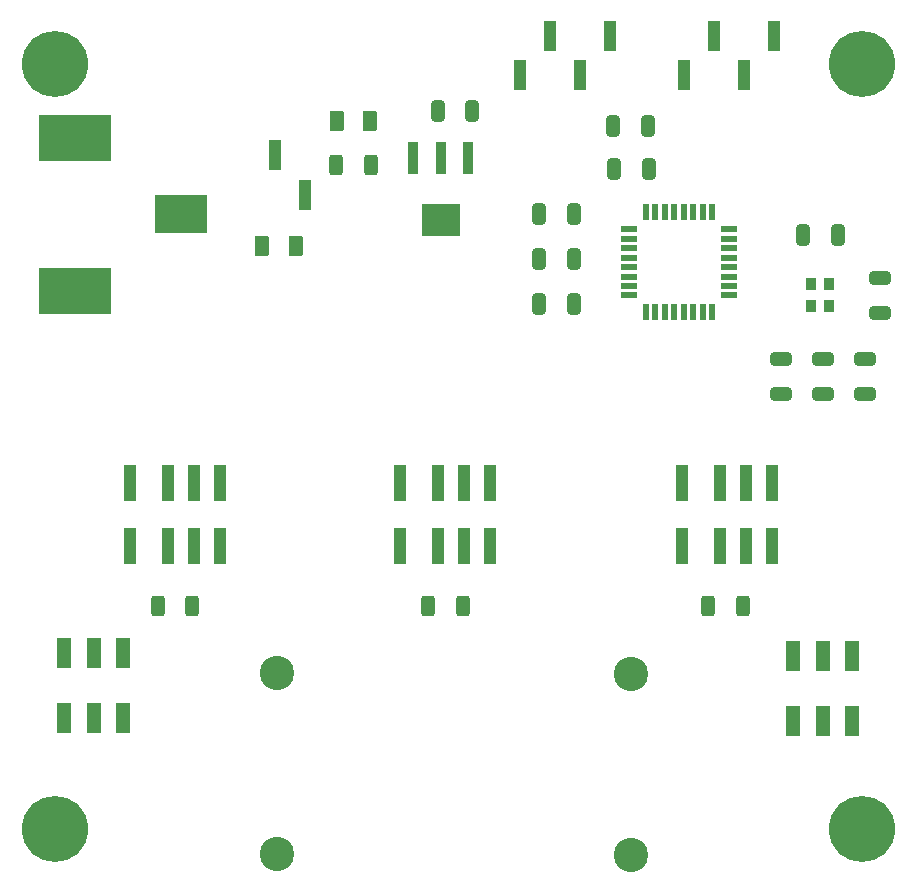
<source format=gbr>
%TF.GenerationSoftware,KiCad,Pcbnew,(6.0.7)*%
%TF.CreationDate,2023-04-05T20:56:44+02:00*%
%TF.ProjectId,rlc_meter,726c635f-6d65-4746-9572-2e6b69636164,rev?*%
%TF.SameCoordinates,Original*%
%TF.FileFunction,Soldermask,Top*%
%TF.FilePolarity,Negative*%
%FSLAX46Y46*%
G04 Gerber Fmt 4.6, Leading zero omitted, Abs format (unit mm)*
G04 Created by KiCad (PCBNEW (6.0.7)) date 2023-04-05 20:56:44*
%MOMM*%
%LPD*%
G01*
G04 APERTURE LIST*
G04 Aperture macros list*
%AMRoundRect*
0 Rectangle with rounded corners*
0 $1 Rounding radius*
0 $2 $3 $4 $5 $6 $7 $8 $9 X,Y pos of 4 corners*
0 Add a 4 corners polygon primitive as box body*
4,1,4,$2,$3,$4,$5,$6,$7,$8,$9,$2,$3,0*
0 Add four circle primitives for the rounded corners*
1,1,$1+$1,$2,$3*
1,1,$1+$1,$4,$5*
1,1,$1+$1,$6,$7*
1,1,$1+$1,$8,$9*
0 Add four rect primitives between the rounded corners*
20,1,$1+$1,$2,$3,$4,$5,0*
20,1,$1+$1,$4,$5,$6,$7,0*
20,1,$1+$1,$6,$7,$8,$9,0*
20,1,$1+$1,$8,$9,$2,$3,0*%
G04 Aperture macros list end*
%ADD10R,1.200000X2.500000*%
%ADD11R,1.110000X3.100000*%
%ADD12C,2.910000*%
%ADD13R,4.400000X3.300000*%
%ADD14R,6.200000X3.900000*%
%ADD15R,0.950000X2.750000*%
%ADD16R,3.250000X2.750000*%
%ADD17R,1.475000X0.600000*%
%ADD18R,0.600000X1.475000*%
%ADD19C,5.600000*%
%ADD20RoundRect,0.250000X-0.312500X-0.625000X0.312500X-0.625000X0.312500X0.625000X-0.312500X0.625000X0*%
%ADD21RoundRect,0.250000X0.325000X0.650000X-0.325000X0.650000X-0.325000X-0.650000X0.325000X-0.650000X0*%
%ADD22RoundRect,0.250000X0.312500X0.625000X-0.312500X0.625000X-0.312500X-0.625000X0.312500X-0.625000X0*%
%ADD23RoundRect,0.250000X0.375000X0.625000X-0.375000X0.625000X-0.375000X-0.625000X0.375000X-0.625000X0*%
%ADD24R,0.950000X1.000000*%
%ADD25RoundRect,0.250000X-0.650000X0.325000X-0.650000X-0.325000X0.650000X-0.325000X0.650000X0.325000X0*%
%ADD26R,1.000000X2.510000*%
%ADD27RoundRect,0.250000X0.650000X-0.325000X0.650000X0.325000X-0.650000X0.325000X-0.650000X-0.325000X0*%
%ADD28RoundRect,0.250000X-0.325000X-0.650000X0.325000X-0.650000X0.325000X0.650000X-0.325000X0.650000X0*%
%ADD29RoundRect,0.250000X-0.375000X-0.625000X0.375000X-0.625000X0.375000X0.625000X-0.375000X0.625000X0*%
G04 APERTURE END LIST*
D10*
%TO.C,S102*%
X162600000Y-152864000D03*
X165100000Y-152864000D03*
X167600000Y-152864000D03*
X167600000Y-147364000D03*
X165100000Y-147364000D03*
X162600000Y-147364000D03*
%TD*%
%TO.C,S101*%
X100878000Y-152610000D03*
X103378000Y-152610000D03*
X105878000Y-152610000D03*
X105878000Y-147110000D03*
X103378000Y-147110000D03*
X100878000Y-147110000D03*
%TD*%
D11*
%TO.C,K103*%
X106436000Y-138032000D03*
X109636000Y-138032000D03*
X111836000Y-138032000D03*
X114036000Y-138032000D03*
X114036000Y-132732000D03*
X111836000Y-132732000D03*
X109636000Y-132732000D03*
X106436000Y-132732000D03*
%TD*%
%TO.C,K102*%
X129296000Y-138032000D03*
X132496000Y-138032000D03*
X134696000Y-138032000D03*
X136896000Y-138032000D03*
X136896000Y-132732000D03*
X134696000Y-132732000D03*
X132496000Y-132732000D03*
X129296000Y-132732000D03*
%TD*%
%TO.C,K101*%
X153172000Y-138032000D03*
X156372000Y-138032000D03*
X158572000Y-138032000D03*
X160772000Y-138032000D03*
X160772000Y-132732000D03*
X158572000Y-132732000D03*
X156372000Y-132732000D03*
X153172000Y-132732000D03*
%TD*%
D12*
%TO.C,J105*%
X148844000Y-148884000D03*
X148844000Y-164184000D03*
%TD*%
D13*
%TO.C,J103*%
X110744000Y-109982000D03*
D14*
X101794000Y-103532000D03*
X101794000Y-116432000D03*
%TD*%
D12*
%TO.C,J101*%
X118872000Y-148844000D03*
X118872000Y-164144000D03*
%TD*%
D15*
%TO.C,IC102*%
X135025000Y-105250000D03*
X132725000Y-105250000D03*
X130425000Y-105250000D03*
D16*
X132725000Y-110450000D03*
%TD*%
D17*
%TO.C,IC101*%
X157146000Y-116846000D03*
X157146000Y-116046000D03*
X157146000Y-115246000D03*
X157146000Y-114446000D03*
X157146000Y-113646000D03*
X157146000Y-112846000D03*
X157146000Y-112046000D03*
X157146000Y-111246000D03*
D18*
X155708000Y-109808000D03*
X154908000Y-109808000D03*
X154108000Y-109808000D03*
X153308000Y-109808000D03*
X152508000Y-109808000D03*
X151708000Y-109808000D03*
X150908000Y-109808000D03*
X150108000Y-109808000D03*
D17*
X148670000Y-111246000D03*
X148670000Y-112046000D03*
X148670000Y-112846000D03*
X148670000Y-113646000D03*
X148670000Y-114446000D03*
X148670000Y-115246000D03*
X148670000Y-116046000D03*
X148670000Y-116846000D03*
D18*
X150108000Y-118284000D03*
X150908000Y-118284000D03*
X151708000Y-118284000D03*
X152508000Y-118284000D03*
X153308000Y-118284000D03*
X154108000Y-118284000D03*
X154908000Y-118284000D03*
X155708000Y-118284000D03*
%TD*%
D19*
%TO.C,*%
X100076000Y-162052000D03*
%TD*%
D20*
%TO.C,R110*%
X108787500Y-143150000D03*
X111712500Y-143150000D03*
%TD*%
D21*
%TO.C,C107*%
X144018000Y-113792000D03*
X141068000Y-113792000D03*
%TD*%
D22*
%TO.C,R124*%
X126812500Y-105775000D03*
X123887500Y-105775000D03*
%TD*%
D21*
%TO.C,C105*%
X144018000Y-117602000D03*
X141068000Y-117602000D03*
%TD*%
D23*
%TO.C,D104*%
X126725000Y-102100000D03*
X123925000Y-102100000D03*
%TD*%
D19*
%TO.C,REF\u002A\u002A*%
X168402000Y-162052000D03*
%TD*%
D24*
%TO.C,Y101*%
X164071000Y-115915000D03*
X164071000Y-117765000D03*
X165621000Y-117765000D03*
X165621000Y-115915000D03*
%TD*%
D20*
%TO.C,R104*%
X155387500Y-143100000D03*
X158312500Y-143100000D03*
%TD*%
D25*
%TO.C,C102*%
X165106000Y-122200000D03*
X165106000Y-125150000D03*
%TD*%
D26*
%TO.C,JP101*%
X118680000Y-104995000D03*
X121220000Y-108305000D03*
%TD*%
D25*
%TO.C,C101*%
X168662000Y-122200000D03*
X168662000Y-125150000D03*
%TD*%
D21*
%TO.C,C108*%
X144018000Y-109982000D03*
X141068000Y-109982000D03*
%TD*%
D27*
%TO.C,C106*%
X169926000Y-118315000D03*
X169926000Y-115365000D03*
%TD*%
D19*
%TO.C,*%
X100076000Y-97282000D03*
%TD*%
D28*
%TO.C,C111*%
X132475000Y-101225000D03*
X135425000Y-101225000D03*
%TD*%
D26*
%TO.C,J102*%
X139490000Y-98155000D03*
X142030000Y-94845000D03*
X144570000Y-98155000D03*
X147110000Y-94845000D03*
%TD*%
D21*
%TO.C,C110*%
X150350000Y-106150000D03*
X147400000Y-106150000D03*
%TD*%
%TO.C,C109*%
X150250000Y-102500000D03*
X147300000Y-102500000D03*
%TD*%
D28*
%TO.C,C104*%
X163420000Y-111760000D03*
X166370000Y-111760000D03*
%TD*%
D19*
%TO.C,*%
X168402000Y-97282000D03*
%TD*%
D20*
%TO.C,R107*%
X131662500Y-143125000D03*
X134587500Y-143125000D03*
%TD*%
D29*
%TO.C,F101*%
X117650000Y-112700000D03*
X120450000Y-112700000D03*
%TD*%
D25*
%TO.C,C103*%
X161550000Y-122200000D03*
X161550000Y-125150000D03*
%TD*%
D26*
%TO.C,J104*%
X153340000Y-98205000D03*
X155880000Y-94895000D03*
X158420000Y-98205000D03*
X160960000Y-94895000D03*
%TD*%
M02*

</source>
